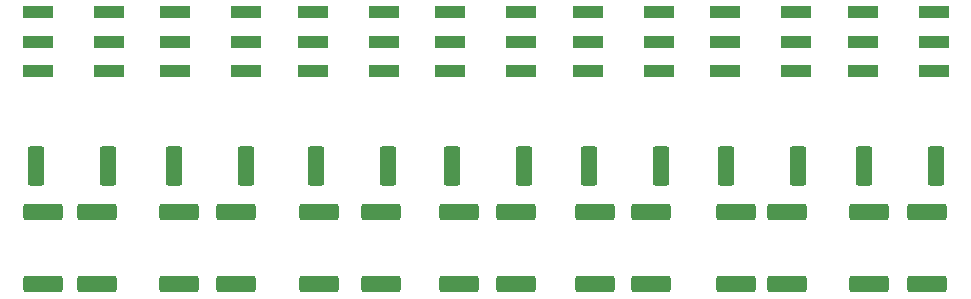
<source format=gtp>
%TF.GenerationSoftware,KiCad,Pcbnew,7.0.10-7.0.10~ubuntu22.04.1*%
%TF.CreationDate,2024-06-08T07:05:10-07:00*%
%TF.ProjectId,rf_attenuator_r3,72665f61-7474-4656-9e75-61746f725f72,rev?*%
%TF.SameCoordinates,Original*%
%TF.FileFunction,Paste,Top*%
%TF.FilePolarity,Positive*%
%FSLAX46Y46*%
G04 Gerber Fmt 4.6, Leading zero omitted, Abs format (unit mm)*
G04 Created by KiCad (PCBNEW 7.0.10-7.0.10~ubuntu22.04.1) date 2024-06-08 07:05:10*
%MOMM*%
%LPD*%
G01*
G04 APERTURE LIST*
G04 Aperture macros list*
%AMRoundRect*
0 Rectangle with rounded corners*
0 $1 Rounding radius*
0 $2 $3 $4 $5 $6 $7 $8 $9 X,Y pos of 4 corners*
0 Add a 4 corners polygon primitive as box body*
4,1,4,$2,$3,$4,$5,$6,$7,$8,$9,$2,$3,0*
0 Add four circle primitives for the rounded corners*
1,1,$1+$1,$2,$3*
1,1,$1+$1,$4,$5*
1,1,$1+$1,$6,$7*
1,1,$1+$1,$8,$9*
0 Add four rect primitives between the rounded corners*
20,1,$1+$1,$2,$3,$4,$5,0*
20,1,$1+$1,$4,$5,$6,$7,0*
20,1,$1+$1,$6,$7,$8,$9,0*
20,1,$1+$1,$8,$9,$2,$3,0*%
G04 Aperture macros list end*
%ADD10RoundRect,0.249999X-0.450001X-1.425001X0.450001X-1.425001X0.450001X1.425001X-0.450001X1.425001X0*%
%ADD11R,2.500000X1.000000*%
%ADD12RoundRect,0.249999X-1.425001X0.450001X-1.425001X-0.450001X1.425001X-0.450001X1.425001X0.450001X0*%
G04 APERTURE END LIST*
D10*
%TO.C,R10*%
X137310400Y-93063600D03*
X143410400Y-93063600D03*
%TD*%
D11*
%TO.C,SW7*%
X178079399Y-80090000D03*
X178079399Y-82590000D03*
X178079399Y-85090000D03*
X172079399Y-80090000D03*
X172079399Y-82590000D03*
X172079399Y-85090000D03*
%TD*%
%TO.C,SW1*%
X108229047Y-80090000D03*
X108229047Y-82590000D03*
X108229047Y-85090000D03*
X102229047Y-80090000D03*
X102229047Y-82590000D03*
X102229047Y-85090000D03*
%TD*%
D10*
%TO.C,R19*%
X172184600Y-93063600D03*
X178284600Y-93063600D03*
%TD*%
%TO.C,R7*%
X125778800Y-93063600D03*
X131878800Y-93063600D03*
%TD*%
D12*
%TO.C,R9*%
X131267200Y-96947800D03*
X131267200Y-103047800D03*
%TD*%
%TO.C,R14*%
X149377400Y-96947800D03*
X149377400Y-103047800D03*
%TD*%
D10*
%TO.C,R16*%
X160449800Y-93063600D03*
X166549800Y-93063600D03*
%TD*%
D11*
%TO.C,SW3*%
X131512497Y-80090000D03*
X131512497Y-82590000D03*
X131512497Y-85090000D03*
X125512497Y-80090000D03*
X125512497Y-82590000D03*
X125512497Y-85090000D03*
%TD*%
D10*
%TO.C,R13*%
X148892800Y-93063600D03*
X154992800Y-93063600D03*
%TD*%
D12*
%TO.C,R15*%
X154101800Y-96947800D03*
X154101800Y-103047800D03*
%TD*%
D11*
%TO.C,SW4*%
X143154222Y-80090000D03*
X143154222Y-82590000D03*
X143154222Y-85090000D03*
X137154222Y-80090000D03*
X137154222Y-82590000D03*
X137154222Y-85090000D03*
%TD*%
D12*
%TO.C,R21*%
X177495200Y-96947800D03*
X177495200Y-103047800D03*
%TD*%
D11*
%TO.C,SW6*%
X166437672Y-80090000D03*
X166437672Y-82590000D03*
X166437672Y-85090000D03*
X160437672Y-80090000D03*
X160437672Y-82590000D03*
X160437672Y-85090000D03*
%TD*%
D12*
%TO.C,R3*%
X107213400Y-96947800D03*
X107213400Y-103047800D03*
%TD*%
%TO.C,R8*%
X126034800Y-96947800D03*
X126034800Y-103047800D03*
%TD*%
%TO.C,R12*%
X142671800Y-96947800D03*
X142671800Y-103047800D03*
%TD*%
D11*
%TO.C,SW2*%
X119870772Y-80090000D03*
X119870772Y-82590000D03*
X119870772Y-85090000D03*
X113870772Y-80090000D03*
X113870772Y-82590000D03*
X113870772Y-85090000D03*
%TD*%
D12*
%TO.C,R18*%
X165684200Y-96947800D03*
X165684200Y-103047800D03*
%TD*%
%TO.C,R2*%
X102692200Y-96947800D03*
X102692200Y-103047800D03*
%TD*%
%TO.C,R6*%
X118999000Y-96947800D03*
X118999000Y-103047800D03*
%TD*%
%TO.C,R5*%
X114173000Y-96947800D03*
X114173000Y-103047800D03*
%TD*%
%TO.C,R17*%
X161340800Y-96947800D03*
X161340800Y-103047800D03*
%TD*%
%TO.C,R11*%
X137922000Y-96947800D03*
X137922000Y-103047800D03*
%TD*%
D10*
%TO.C,R1*%
X102080600Y-93063600D03*
X108180600Y-93063600D03*
%TD*%
D12*
%TO.C,R20*%
X172593000Y-96947800D03*
X172593000Y-103047800D03*
%TD*%
D10*
%TO.C,R4*%
X113766600Y-93063600D03*
X119866600Y-93063600D03*
%TD*%
D11*
%TO.C,SW5*%
X154795947Y-80090000D03*
X154795947Y-82590000D03*
X154795947Y-85090000D03*
X148795947Y-80090000D03*
X148795947Y-82590000D03*
X148795947Y-85090000D03*
%TD*%
M02*

</source>
